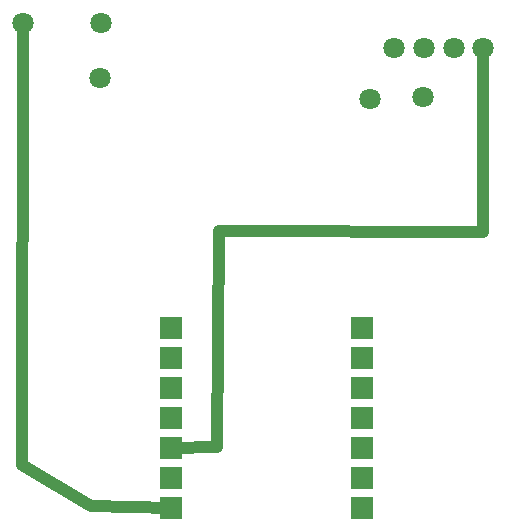
<source format=gtl>
G04 Layer: TopLayer*
G04 EasyEDA v6.5.47, 2024-11-15 19:46:41*
G04 afbadec8b0bd41c99859eff7e483f8c8,fd2acee0f29b4e2aa60f5f2c6615e4e3,10*
G04 Gerber Generator version 0.2*
G04 Scale: 100 percent, Rotated: No, Reflected: No *
G04 Dimensions in millimeters *
G04 leading zeros omitted , absolute positions ,4 integer and 5 decimal *
%FSLAX45Y45*%
%MOMM*%

%AMMACRO1*4,1,4,0.9,-0.9,-0.9,-0.9,-0.9,0.9,0.9,0.9,0.9,-0.9,0*%
%AMMACRO2*4,1,4,-0.9,0.9,0.9,0.9,0.9,-0.9,-0.9,-0.9,-0.9,0.9,0*%
%ADD10C,1.0000*%
%ADD11MACRO1*%
%ADD12MACRO2*%
%ADD13C,1.8000*%

%LPD*%
D10*
X-658680Y339437D02*
G01*
X-666927Y-3405672D01*
X-82727Y-3748572D01*
X594365Y-3765557D01*
X594436Y-3257456D02*
G01*
X990676Y-3251106D01*
X1003376Y-1422306D01*
X3238576Y-1435006D01*
X3239338Y127093D01*
D11*
G01*
X2210871Y-3003550D03*
G01*
X2210871Y-3257550D03*
G01*
X594372Y-3257550D03*
G01*
X594372Y-3003550D03*
G01*
X2210871Y-3511550D03*
G01*
X594372Y-3765550D03*
G01*
X594372Y-3511550D03*
G01*
X2210871Y-2749550D03*
G01*
X594372Y-2749550D03*
G01*
X2210871Y-2241550D03*
G01*
X2210871Y-2495550D03*
G01*
X594372Y-2495550D03*
G01*
X594372Y-2241550D03*
D12*
G01*
X2210871Y-3765550D03*
D13*
G01*
X-660Y-128049D03*
G01*
X2730500Y-292107D03*
G01*
X2286000Y-304807D03*
G01*
X2989224Y126992D03*
G01*
X3239236Y126992D03*
G01*
X2739212Y126992D03*
G01*
X2489200Y126992D03*
G01*
X-658672Y339437D03*
G01*
X1752Y339437D03*
M02*

</source>
